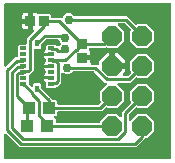
<source format=gbr>
G04 EAGLE Gerber RS-274X export*
G75*
%MOMM*%
%FSLAX34Y34*%
%LPD*%
%INTop Copper*%
%IPPOS*%
%AMOC8*
5,1,8,0,0,1.08239X$1,22.5*%
G01*
%ADD10R,0.900000X0.850000*%
%ADD11R,0.850000X0.900000*%
%ADD12R,0.590000X0.350000*%
%ADD13R,0.350000X0.590000*%
%ADD14P,1.814519X8X292.500000*%
%ADD15R,1.100000X1.000000*%
%ADD16C,0.254000*%
%ADD17C,0.756400*%

G36*
X150488Y10176D02*
X150488Y10176D01*
X150607Y10183D01*
X150645Y10196D01*
X150686Y10201D01*
X150796Y10244D01*
X150909Y10281D01*
X150944Y10303D01*
X150981Y10318D01*
X151077Y10387D01*
X151178Y10451D01*
X151206Y10481D01*
X151239Y10504D01*
X151315Y10596D01*
X151396Y10683D01*
X151416Y10718D01*
X151441Y10749D01*
X151492Y10857D01*
X151550Y10961D01*
X151560Y11001D01*
X151577Y11037D01*
X151599Y11154D01*
X151629Y11269D01*
X151633Y11329D01*
X151637Y11349D01*
X151635Y11370D01*
X151639Y11430D01*
X151639Y140870D01*
X151624Y140988D01*
X151617Y141107D01*
X151604Y141145D01*
X151599Y141186D01*
X151556Y141296D01*
X151519Y141409D01*
X151497Y141444D01*
X151482Y141481D01*
X151413Y141577D01*
X151349Y141678D01*
X151319Y141706D01*
X151296Y141739D01*
X151204Y141815D01*
X151117Y141896D01*
X151082Y141916D01*
X151051Y141941D01*
X150943Y141992D01*
X150839Y142050D01*
X150799Y142060D01*
X150763Y142077D01*
X150646Y142099D01*
X150531Y142129D01*
X150471Y142133D01*
X150451Y142137D01*
X150430Y142135D01*
X150370Y142139D01*
X11430Y142139D01*
X11312Y142124D01*
X11193Y142117D01*
X11155Y142104D01*
X11114Y142099D01*
X11004Y142056D01*
X10891Y142019D01*
X10856Y141997D01*
X10819Y141982D01*
X10723Y141913D01*
X10622Y141849D01*
X10594Y141819D01*
X10561Y141796D01*
X10485Y141704D01*
X10404Y141617D01*
X10384Y141582D01*
X10359Y141551D01*
X10308Y141443D01*
X10250Y141339D01*
X10240Y141299D01*
X10223Y141263D01*
X10201Y141146D01*
X10171Y141031D01*
X10167Y140971D01*
X10163Y140951D01*
X10165Y140930D01*
X10161Y140870D01*
X10161Y89773D01*
X10178Y89636D01*
X10191Y89497D01*
X10198Y89478D01*
X10201Y89458D01*
X10252Y89329D01*
X10299Y89198D01*
X10310Y89181D01*
X10318Y89162D01*
X10399Y89050D01*
X10477Y88935D01*
X10493Y88921D01*
X10504Y88905D01*
X10612Y88816D01*
X10716Y88724D01*
X10734Y88715D01*
X10749Y88702D01*
X10875Y88643D01*
X10999Y88580D01*
X11019Y88575D01*
X11037Y88566D01*
X11173Y88540D01*
X11309Y88510D01*
X11330Y88510D01*
X11349Y88507D01*
X11488Y88515D01*
X11627Y88520D01*
X11647Y88525D01*
X11667Y88526D01*
X11799Y88569D01*
X11933Y88608D01*
X11950Y88618D01*
X11969Y88624D01*
X12087Y88699D01*
X12207Y88769D01*
X12228Y88788D01*
X12238Y88795D01*
X12252Y88810D01*
X12327Y88876D01*
X19690Y96239D01*
X20706Y96239D01*
X20824Y96254D01*
X20943Y96261D01*
X20981Y96274D01*
X21022Y96279D01*
X21132Y96322D01*
X21245Y96359D01*
X21280Y96381D01*
X21317Y96396D01*
X21413Y96465D01*
X21514Y96529D01*
X21542Y96559D01*
X21575Y96582D01*
X21651Y96674D01*
X21732Y96761D01*
X21752Y96796D01*
X21777Y96827D01*
X21828Y96935D01*
X21886Y97039D01*
X21896Y97079D01*
X21913Y97115D01*
X21935Y97232D01*
X21965Y97347D01*
X21969Y97407D01*
X21973Y97427D01*
X21971Y97448D01*
X21975Y97508D01*
X21975Y106282D01*
X22868Y107175D01*
X28130Y107175D01*
X28248Y107190D01*
X28367Y107197D01*
X28405Y107210D01*
X28446Y107215D01*
X28556Y107258D01*
X28669Y107295D01*
X28704Y107317D01*
X28741Y107332D01*
X28837Y107401D01*
X28938Y107465D01*
X28966Y107495D01*
X28999Y107518D01*
X29075Y107610D01*
X29156Y107697D01*
X29176Y107732D01*
X29201Y107763D01*
X29252Y107871D01*
X29310Y107975D01*
X29320Y108015D01*
X29337Y108051D01*
X29359Y108168D01*
X29389Y108283D01*
X29393Y108343D01*
X29397Y108363D01*
X29395Y108384D01*
X29399Y108444D01*
X29399Y111953D01*
X31408Y113962D01*
X35239Y117793D01*
X35324Y117902D01*
X35413Y118009D01*
X35421Y118028D01*
X35434Y118044D01*
X35489Y118172D01*
X35548Y118297D01*
X35552Y118317D01*
X35560Y118336D01*
X35582Y118474D01*
X35608Y118610D01*
X35607Y118630D01*
X35610Y118650D01*
X35597Y118789D01*
X35588Y118927D01*
X35582Y118946D01*
X35580Y118966D01*
X35533Y119098D01*
X35490Y119229D01*
X35479Y119247D01*
X35473Y119266D01*
X35395Y119381D01*
X35320Y119498D01*
X35305Y119512D01*
X35294Y119529D01*
X35190Y119621D01*
X35089Y119716D01*
X35071Y119726D01*
X35056Y119739D01*
X34931Y119803D01*
X34810Y119870D01*
X34790Y119875D01*
X34772Y119884D01*
X34637Y119914D01*
X34502Y119949D01*
X34474Y119951D01*
X34462Y119954D01*
X34442Y119953D01*
X34424Y119954D01*
X34424Y126145D01*
X34409Y126263D01*
X34402Y126382D01*
X34389Y126420D01*
X34384Y126460D01*
X34341Y126571D01*
X34304Y126684D01*
X34282Y126718D01*
X34267Y126756D01*
X34198Y126852D01*
X34134Y126953D01*
X34104Y126981D01*
X34086Y127005D01*
X34100Y127021D01*
X34181Y127108D01*
X34201Y127143D01*
X34226Y127175D01*
X34277Y127282D01*
X34335Y127387D01*
X34345Y127426D01*
X34362Y127462D01*
X34384Y127579D01*
X34414Y127695D01*
X34418Y127755D01*
X34422Y127775D01*
X34420Y127795D01*
X34424Y127855D01*
X34424Y134041D01*
X36884Y134041D01*
X37531Y133868D01*
X38110Y133533D01*
X38247Y133396D01*
X38325Y133336D01*
X38397Y133268D01*
X38450Y133239D01*
X38498Y133202D01*
X38589Y133162D01*
X38676Y133114D01*
X38734Y133099D01*
X38790Y133075D01*
X38888Y133060D01*
X38983Y133035D01*
X39083Y133029D01*
X39104Y133025D01*
X39116Y133027D01*
X39144Y133025D01*
X48782Y133025D01*
X49675Y132132D01*
X49675Y131064D01*
X49690Y130946D01*
X49697Y130827D01*
X49710Y130789D01*
X49715Y130748D01*
X49758Y130638D01*
X49795Y130525D01*
X49817Y130490D01*
X49832Y130453D01*
X49901Y130357D01*
X49965Y130256D01*
X49995Y130228D01*
X50018Y130195D01*
X50110Y130119D01*
X50197Y130038D01*
X50232Y130018D01*
X50263Y129993D01*
X50371Y129942D01*
X50475Y129884D01*
X50515Y129874D01*
X50551Y129857D01*
X50668Y129835D01*
X50783Y129805D01*
X50843Y129801D01*
X50863Y129797D01*
X50884Y129799D01*
X50944Y129795D01*
X57766Y129795D01*
X57768Y129793D01*
X57802Y129756D01*
X57847Y129726D01*
X57861Y129713D01*
X57895Y129694D01*
X57980Y129629D01*
X58026Y129609D01*
X58067Y129581D01*
X58171Y129546D01*
X58272Y129502D01*
X58321Y129494D01*
X58368Y129478D01*
X58477Y129470D01*
X58586Y129452D01*
X58636Y129457D01*
X58685Y129453D01*
X58793Y129472D01*
X58903Y129482D01*
X58950Y129499D01*
X58998Y129507D01*
X59099Y129553D01*
X59202Y129590D01*
X59243Y129618D01*
X59288Y129638D01*
X59374Y129707D01*
X59465Y129768D01*
X59498Y129806D01*
X59537Y129837D01*
X59603Y129924D01*
X59676Y130007D01*
X59697Y130049D01*
X59705Y130059D01*
X59708Y130063D01*
X59728Y130091D01*
X59799Y130235D01*
X60201Y131206D01*
X61694Y132699D01*
X63644Y133507D01*
X65756Y133507D01*
X67706Y132699D01*
X69038Y131366D01*
X69117Y131306D01*
X69189Y131238D01*
X69242Y131209D01*
X69290Y131171D01*
X69381Y131132D01*
X69467Y131084D01*
X69526Y131069D01*
X69581Y131045D01*
X69679Y131030D01*
X69775Y131005D01*
X69875Y130999D01*
X69896Y130995D01*
X69908Y130996D01*
X69936Y130995D01*
X114258Y130995D01*
X121074Y124179D01*
X121168Y124106D01*
X121257Y124027D01*
X121293Y124009D01*
X121325Y123984D01*
X121434Y123937D01*
X121540Y123882D01*
X121580Y123874D01*
X121617Y123857D01*
X121734Y123839D01*
X121850Y123813D01*
X121891Y123814D01*
X121931Y123808D01*
X122050Y123819D01*
X122168Y123822D01*
X122207Y123834D01*
X122247Y123837D01*
X122360Y123878D01*
X122474Y123911D01*
X122509Y123931D01*
X122547Y123945D01*
X122645Y124012D01*
X122748Y124072D01*
X122793Y124112D01*
X122810Y124124D01*
X122823Y124139D01*
X122869Y124179D01*
X122897Y124207D01*
X131103Y124207D01*
X136907Y118403D01*
X136907Y110197D01*
X131103Y104393D01*
X122897Y104393D01*
X117093Y110197D01*
X117093Y118403D01*
X117121Y118431D01*
X117194Y118526D01*
X117273Y118615D01*
X117291Y118651D01*
X117316Y118683D01*
X117363Y118792D01*
X117418Y118898D01*
X117426Y118937D01*
X117442Y118975D01*
X117461Y119092D01*
X117487Y119208D01*
X117486Y119249D01*
X117492Y119289D01*
X117481Y119407D01*
X117478Y119526D01*
X117466Y119565D01*
X117463Y119605D01*
X117422Y119717D01*
X117389Y119832D01*
X117369Y119866D01*
X117355Y119905D01*
X117288Y120003D01*
X117228Y120106D01*
X117188Y120151D01*
X117176Y120168D01*
X117161Y120181D01*
X117121Y120226D01*
X112314Y125033D01*
X112236Y125094D01*
X112164Y125162D01*
X112111Y125191D01*
X112063Y125228D01*
X111972Y125268D01*
X111885Y125316D01*
X111827Y125331D01*
X111771Y125355D01*
X111673Y125370D01*
X111577Y125395D01*
X111477Y125401D01*
X111457Y125405D01*
X111445Y125403D01*
X111417Y125405D01*
X107569Y125405D01*
X107432Y125388D01*
X107293Y125375D01*
X107274Y125368D01*
X107254Y125365D01*
X107125Y125314D01*
X106994Y125267D01*
X106977Y125256D01*
X106958Y125248D01*
X106846Y125167D01*
X106730Y125089D01*
X106717Y125073D01*
X106701Y125061D01*
X106612Y124954D01*
X106520Y124850D01*
X106511Y124832D01*
X106498Y124817D01*
X106439Y124691D01*
X106375Y124567D01*
X106371Y124547D01*
X106362Y124529D01*
X106336Y124393D01*
X106306Y124257D01*
X106306Y124236D01*
X106303Y124216D01*
X106311Y124078D01*
X106315Y123939D01*
X106321Y123919D01*
X106322Y123899D01*
X106365Y123767D01*
X106404Y123633D01*
X106414Y123616D01*
X106420Y123597D01*
X106495Y123479D01*
X106565Y123359D01*
X106584Y123338D01*
X106590Y123328D01*
X106605Y123314D01*
X106672Y123238D01*
X111507Y118403D01*
X111507Y110197D01*
X105703Y104393D01*
X97497Y104393D01*
X97469Y104421D01*
X97374Y104494D01*
X97285Y104573D01*
X97249Y104591D01*
X97217Y104616D01*
X97108Y104663D01*
X97002Y104718D01*
X96963Y104726D01*
X96925Y104742D01*
X96808Y104761D01*
X96692Y104787D01*
X96651Y104786D01*
X96611Y104792D01*
X96493Y104781D01*
X96374Y104778D01*
X96335Y104766D01*
X96295Y104763D01*
X96183Y104722D01*
X96068Y104689D01*
X96034Y104669D01*
X95995Y104655D01*
X95922Y104605D01*
X83494Y104605D01*
X83376Y104590D01*
X83257Y104583D01*
X83219Y104570D01*
X83178Y104565D01*
X83068Y104522D01*
X82955Y104485D01*
X82920Y104463D01*
X82883Y104448D01*
X82787Y104379D01*
X82686Y104315D01*
X82658Y104285D01*
X82625Y104262D01*
X82549Y104170D01*
X82468Y104083D01*
X82448Y104048D01*
X82423Y104017D01*
X82372Y103909D01*
X82314Y103805D01*
X82304Y103765D01*
X82287Y103729D01*
X82265Y103612D01*
X82235Y103497D01*
X82231Y103437D01*
X82227Y103417D01*
X82229Y103396D01*
X82225Y103336D01*
X82225Y102644D01*
X82237Y102546D01*
X82240Y102447D01*
X82257Y102389D01*
X82265Y102329D01*
X82301Y102237D01*
X82329Y102141D01*
X82359Y102089D01*
X82382Y102033D01*
X82440Y101953D01*
X82490Y101867D01*
X82556Y101792D01*
X82568Y101776D01*
X82578Y101768D01*
X82596Y101747D01*
X82733Y101610D01*
X83068Y101031D01*
X83241Y100384D01*
X83241Y97924D01*
X77055Y97924D01*
X76937Y97909D01*
X76818Y97902D01*
X76780Y97889D01*
X76740Y97884D01*
X76629Y97841D01*
X76516Y97804D01*
X76482Y97782D01*
X76444Y97767D01*
X76348Y97698D01*
X76247Y97634D01*
X76219Y97604D01*
X76187Y97581D01*
X76111Y97489D01*
X76029Y97402D01*
X76010Y97367D01*
X75984Y97336D01*
X75933Y97228D01*
X75876Y97124D01*
X75866Y97084D01*
X75848Y97048D01*
X75826Y96931D01*
X75796Y96816D01*
X75792Y96756D01*
X75789Y96736D01*
X75790Y96715D01*
X75786Y96655D01*
X75786Y94945D01*
X75801Y94827D01*
X75808Y94708D01*
X75821Y94670D01*
X75826Y94629D01*
X75870Y94519D01*
X75906Y94406D01*
X75928Y94371D01*
X75943Y94334D01*
X76013Y94237D01*
X76076Y94137D01*
X76106Y94109D01*
X76130Y94076D01*
X76221Y94000D01*
X76308Y93919D01*
X76343Y93899D01*
X76375Y93874D01*
X76482Y93823D01*
X76587Y93765D01*
X76626Y93755D01*
X76662Y93738D01*
X76779Y93716D01*
X76895Y93686D01*
X76955Y93682D01*
X76975Y93678D01*
X76995Y93680D01*
X77055Y93676D01*
X83241Y93676D01*
X83241Y91388D01*
X83256Y91270D01*
X83263Y91151D01*
X83276Y91113D01*
X83281Y91072D01*
X83324Y90962D01*
X83361Y90849D01*
X83383Y90814D01*
X83398Y90777D01*
X83467Y90681D01*
X83531Y90580D01*
X83561Y90552D01*
X83584Y90519D01*
X83676Y90443D01*
X83763Y90362D01*
X83798Y90342D01*
X83829Y90317D01*
X83937Y90266D01*
X84041Y90208D01*
X84081Y90198D01*
X84117Y90181D01*
X84234Y90159D01*
X84349Y90129D01*
X84409Y90125D01*
X84429Y90121D01*
X84450Y90123D01*
X84510Y90119D01*
X88533Y90119D01*
X88620Y90051D01*
X88727Y89963D01*
X88746Y89954D01*
X88762Y89942D01*
X88890Y89886D01*
X89015Y89827D01*
X89035Y89823D01*
X89054Y89815D01*
X89192Y89793D01*
X89328Y89767D01*
X89348Y89769D01*
X89368Y89765D01*
X89507Y89778D01*
X89645Y89787D01*
X89664Y89793D01*
X89684Y89795D01*
X89816Y89842D01*
X89947Y89885D01*
X89965Y89896D01*
X89984Y89903D01*
X90099Y89981D01*
X90216Y90055D01*
X90230Y90070D01*
X90247Y90081D01*
X90339Y90185D01*
X90434Y90287D01*
X90444Y90305D01*
X90457Y90320D01*
X90521Y90444D01*
X90588Y90565D01*
X90593Y90585D01*
X90602Y90603D01*
X90632Y90739D01*
X90667Y90873D01*
X90669Y90901D01*
X90672Y90913D01*
X90671Y90934D01*
X90677Y91034D01*
X90677Y93424D01*
X97076Y99823D01*
X99061Y99823D01*
X99061Y90170D01*
X99076Y90052D01*
X99083Y89933D01*
X99096Y89895D01*
X99101Y89855D01*
X99144Y89744D01*
X99181Y89631D01*
X99203Y89597D01*
X99218Y89559D01*
X99288Y89463D01*
X99351Y89362D01*
X99381Y89334D01*
X99404Y89302D01*
X99496Y89226D01*
X99583Y89144D01*
X99618Y89125D01*
X99649Y89099D01*
X99757Y89048D01*
X99861Y88991D01*
X99901Y88980D01*
X99937Y88963D01*
X100054Y88941D01*
X100169Y88911D01*
X100230Y88907D01*
X100250Y88903D01*
X100270Y88905D01*
X100330Y88901D01*
X101601Y88901D01*
X101601Y87630D01*
X101616Y87512D01*
X101623Y87393D01*
X101636Y87355D01*
X101641Y87314D01*
X101685Y87204D01*
X101721Y87091D01*
X101743Y87056D01*
X101758Y87019D01*
X101828Y86923D01*
X101891Y86822D01*
X101921Y86794D01*
X101945Y86761D01*
X102036Y86686D01*
X102123Y86604D01*
X102158Y86584D01*
X102190Y86559D01*
X102297Y86508D01*
X102402Y86450D01*
X102441Y86440D01*
X102477Y86423D01*
X102594Y86401D01*
X102709Y86371D01*
X102770Y86367D01*
X102790Y86363D01*
X102810Y86365D01*
X102870Y86361D01*
X112523Y86361D01*
X112523Y84376D01*
X110833Y82685D01*
X110747Y82576D01*
X110659Y82469D01*
X110650Y82450D01*
X110638Y82434D01*
X110582Y82306D01*
X110523Y82181D01*
X110519Y82161D01*
X110511Y82142D01*
X110489Y82004D01*
X110463Y81868D01*
X110465Y81848D01*
X110461Y81828D01*
X110474Y81689D01*
X110483Y81551D01*
X110489Y81532D01*
X110491Y81512D01*
X110538Y81380D01*
X110581Y81249D01*
X110592Y81231D01*
X110599Y81212D01*
X110677Y81097D01*
X110751Y80980D01*
X110766Y80966D01*
X110777Y80949D01*
X110882Y80857D01*
X110983Y80762D01*
X111001Y80752D01*
X111016Y80739D01*
X111140Y80675D01*
X111261Y80608D01*
X111281Y80603D01*
X111299Y80594D01*
X111435Y80564D01*
X111569Y80529D01*
X111597Y80527D01*
X111609Y80524D01*
X111630Y80525D01*
X111730Y80519D01*
X114141Y80519D01*
X114239Y80531D01*
X114338Y80534D01*
X114396Y80551D01*
X114456Y80559D01*
X114548Y80595D01*
X114643Y80623D01*
X114696Y80653D01*
X114752Y80676D01*
X114832Y80734D01*
X114917Y80784D01*
X114993Y80850D01*
X115009Y80862D01*
X115017Y80872D01*
X115038Y80890D01*
X117121Y82974D01*
X117194Y83068D01*
X117273Y83157D01*
X117291Y83193D01*
X117316Y83225D01*
X117363Y83334D01*
X117418Y83440D01*
X117426Y83480D01*
X117443Y83517D01*
X117461Y83634D01*
X117487Y83750D01*
X117486Y83791D01*
X117492Y83831D01*
X117481Y83950D01*
X117478Y84068D01*
X117466Y84107D01*
X117463Y84147D01*
X117422Y84260D01*
X117389Y84374D01*
X117369Y84409D01*
X117355Y84447D01*
X117288Y84545D01*
X117228Y84648D01*
X117188Y84693D01*
X117176Y84710D01*
X117161Y84723D01*
X117121Y84769D01*
X117093Y84797D01*
X117093Y93003D01*
X122897Y98807D01*
X131103Y98807D01*
X136907Y93003D01*
X136907Y84797D01*
X131103Y78993D01*
X122897Y78993D01*
X122869Y79021D01*
X122774Y79094D01*
X122685Y79173D01*
X122649Y79191D01*
X122617Y79216D01*
X122508Y79263D01*
X122402Y79318D01*
X122363Y79326D01*
X122325Y79342D01*
X122208Y79361D01*
X122092Y79387D01*
X122051Y79386D01*
X122011Y79392D01*
X121893Y79381D01*
X121774Y79378D01*
X121735Y79366D01*
X121695Y79363D01*
X121583Y79322D01*
X121468Y79289D01*
X121434Y79269D01*
X121395Y79255D01*
X121297Y79188D01*
X121194Y79128D01*
X121149Y79088D01*
X121132Y79076D01*
X121119Y79061D01*
X121074Y79021D01*
X116982Y74929D01*
X107245Y74929D01*
X107108Y74912D01*
X106969Y74899D01*
X106950Y74892D01*
X106930Y74889D01*
X106801Y74838D01*
X106670Y74791D01*
X106653Y74780D01*
X106634Y74772D01*
X106521Y74691D01*
X106406Y74613D01*
X106393Y74597D01*
X106377Y74586D01*
X106288Y74478D01*
X106196Y74374D01*
X106187Y74356D01*
X106174Y74341D01*
X106115Y74215D01*
X106051Y74091D01*
X106047Y74071D01*
X106038Y74053D01*
X106012Y73917D01*
X105982Y73781D01*
X105982Y73760D01*
X105978Y73741D01*
X105987Y73602D01*
X105991Y73463D01*
X105997Y73443D01*
X105998Y73423D01*
X106041Y73291D01*
X106080Y73157D01*
X106090Y73140D01*
X106096Y73121D01*
X106171Y73003D01*
X106241Y72883D01*
X106260Y72862D01*
X106266Y72852D01*
X106281Y72838D01*
X106348Y72763D01*
X111507Y67603D01*
X111507Y59397D01*
X105703Y53593D01*
X97497Y53593D01*
X97469Y53621D01*
X97374Y53694D01*
X97285Y53773D01*
X97249Y53791D01*
X97217Y53816D01*
X97108Y53863D01*
X97002Y53918D01*
X96963Y53926D01*
X96925Y53942D01*
X96808Y53961D01*
X96692Y53987D01*
X96651Y53986D01*
X96611Y53992D01*
X96493Y53981D01*
X96374Y53978D01*
X96335Y53966D01*
X96295Y53963D01*
X96183Y53922D01*
X96068Y53889D01*
X96034Y53869D01*
X95995Y53855D01*
X95897Y53788D01*
X95794Y53728D01*
X95749Y53688D01*
X95732Y53676D01*
X95719Y53661D01*
X95674Y53621D01*
X92598Y50545D01*
X56164Y50545D01*
X56046Y50530D01*
X55927Y50523D01*
X55889Y50510D01*
X55848Y50505D01*
X55738Y50462D01*
X55625Y50425D01*
X55590Y50403D01*
X55553Y50388D01*
X55457Y50319D01*
X55356Y50255D01*
X55328Y50225D01*
X55295Y50202D01*
X55219Y50110D01*
X55138Y50023D01*
X55118Y49988D01*
X55093Y49957D01*
X55042Y49849D01*
X54984Y49745D01*
X54974Y49705D01*
X54957Y49669D01*
X54935Y49552D01*
X54905Y49437D01*
X54901Y49377D01*
X54897Y49357D01*
X54899Y49336D01*
X54895Y49276D01*
X54895Y47708D01*
X54002Y46815D01*
X53605Y46815D01*
X53467Y46798D01*
X53329Y46785D01*
X53310Y46778D01*
X53290Y46775D01*
X53161Y46724D01*
X53030Y46677D01*
X53013Y46666D01*
X52994Y46658D01*
X52882Y46577D01*
X52766Y46499D01*
X52753Y46483D01*
X52737Y46472D01*
X52648Y46364D01*
X52556Y46260D01*
X52547Y46242D01*
X52534Y46227D01*
X52475Y46101D01*
X52411Y45977D01*
X52407Y45957D01*
X52398Y45939D01*
X52372Y45802D01*
X52342Y45667D01*
X52342Y45646D01*
X52339Y45627D01*
X52347Y45488D01*
X52351Y45349D01*
X52357Y45329D01*
X52358Y45309D01*
X52401Y45177D01*
X52440Y45043D01*
X52450Y45026D01*
X52456Y45007D01*
X52531Y44889D01*
X52601Y44769D01*
X52620Y44748D01*
X52627Y44738D01*
X52642Y44724D01*
X52708Y44649D01*
X53625Y43732D01*
X53625Y42164D01*
X53640Y42046D01*
X53647Y41927D01*
X53660Y41889D01*
X53665Y41848D01*
X53708Y41738D01*
X53745Y41625D01*
X53767Y41590D01*
X53782Y41553D01*
X53851Y41457D01*
X53915Y41356D01*
X53945Y41328D01*
X53968Y41295D01*
X54060Y41219D01*
X54147Y41138D01*
X54182Y41118D01*
X54213Y41093D01*
X54321Y41042D01*
X54425Y40984D01*
X54465Y40974D01*
X54501Y40957D01*
X54618Y40935D01*
X54733Y40905D01*
X54793Y40901D01*
X54813Y40897D01*
X54834Y40899D01*
X54894Y40895D01*
X90424Y40895D01*
X90542Y40910D01*
X90661Y40917D01*
X90699Y40930D01*
X90740Y40935D01*
X90850Y40978D01*
X90963Y41015D01*
X90998Y41037D01*
X91035Y41052D01*
X91131Y41121D01*
X91232Y41185D01*
X91260Y41215D01*
X91293Y41238D01*
X91369Y41330D01*
X91450Y41417D01*
X91470Y41452D01*
X91495Y41483D01*
X91546Y41591D01*
X91604Y41695D01*
X91614Y41735D01*
X91631Y41771D01*
X91653Y41888D01*
X91683Y42003D01*
X91687Y42063D01*
X91691Y42083D01*
X91689Y42104D01*
X91693Y42164D01*
X91693Y42203D01*
X97497Y48007D01*
X105703Y48007D01*
X107815Y45896D01*
X107924Y45810D01*
X108031Y45722D01*
X108050Y45713D01*
X108066Y45701D01*
X108194Y45645D01*
X108319Y45586D01*
X108339Y45582D01*
X108358Y45574D01*
X108496Y45552D01*
X108632Y45526D01*
X108652Y45528D01*
X108672Y45525D01*
X108811Y45538D01*
X108949Y45546D01*
X108968Y45552D01*
X108988Y45554D01*
X109120Y45602D01*
X109251Y45644D01*
X109269Y45655D01*
X109288Y45662D01*
X109403Y45740D01*
X109520Y45814D01*
X109534Y45829D01*
X109551Y45841D01*
X109643Y45945D01*
X109738Y46046D01*
X109748Y46064D01*
X109761Y46079D01*
X109825Y46203D01*
X109892Y46325D01*
X109897Y46344D01*
X109906Y46362D01*
X109936Y46498D01*
X109971Y46632D01*
X109973Y46661D01*
X109976Y46673D01*
X109975Y46693D01*
X109981Y46793D01*
X109981Y50434D01*
X117121Y57574D01*
X117194Y57668D01*
X117273Y57757D01*
X117291Y57793D01*
X117316Y57825D01*
X117363Y57934D01*
X117418Y58040D01*
X117426Y58080D01*
X117443Y58117D01*
X117461Y58234D01*
X117487Y58350D01*
X117486Y58391D01*
X117492Y58431D01*
X117481Y58550D01*
X117478Y58668D01*
X117466Y58707D01*
X117463Y58747D01*
X117422Y58860D01*
X117389Y58974D01*
X117369Y59009D01*
X117355Y59047D01*
X117288Y59145D01*
X117228Y59248D01*
X117188Y59293D01*
X117176Y59310D01*
X117161Y59323D01*
X117121Y59369D01*
X117093Y59397D01*
X117093Y67603D01*
X122897Y73407D01*
X131103Y73407D01*
X136907Y67603D01*
X136907Y59397D01*
X131103Y53593D01*
X122897Y53593D01*
X122869Y53621D01*
X122774Y53694D01*
X122685Y53773D01*
X122649Y53791D01*
X122617Y53816D01*
X122508Y53863D01*
X122402Y53918D01*
X122363Y53926D01*
X122325Y53942D01*
X122208Y53961D01*
X122092Y53987D01*
X122051Y53986D01*
X122011Y53992D01*
X121893Y53981D01*
X121774Y53978D01*
X121735Y53966D01*
X121695Y53963D01*
X121583Y53922D01*
X121468Y53889D01*
X121434Y53869D01*
X121395Y53855D01*
X121297Y53788D01*
X121194Y53728D01*
X121149Y53688D01*
X121132Y53676D01*
X121119Y53661D01*
X121074Y53621D01*
X115942Y48490D01*
X115882Y48412D01*
X115814Y48340D01*
X115785Y48287D01*
X115748Y48239D01*
X115708Y48148D01*
X115660Y48061D01*
X115645Y48003D01*
X115621Y47947D01*
X115606Y47849D01*
X115581Y47753D01*
X115575Y47653D01*
X115571Y47633D01*
X115573Y47621D01*
X115571Y47593D01*
X115571Y43745D01*
X115588Y43608D01*
X115601Y43469D01*
X115608Y43450D01*
X115611Y43430D01*
X115662Y43301D01*
X115709Y43170D01*
X115720Y43153D01*
X115728Y43134D01*
X115809Y43021D01*
X115887Y42906D01*
X115903Y42893D01*
X115914Y42877D01*
X116022Y42788D01*
X116126Y42696D01*
X116144Y42687D01*
X116159Y42674D01*
X116285Y42615D01*
X116409Y42551D01*
X116429Y42547D01*
X116447Y42538D01*
X116583Y42512D01*
X116719Y42482D01*
X116740Y42482D01*
X116759Y42478D01*
X116898Y42487D01*
X117037Y42491D01*
X117057Y42497D01*
X117077Y42498D01*
X117209Y42541D01*
X117343Y42580D01*
X117360Y42590D01*
X117379Y42596D01*
X117497Y42671D01*
X117617Y42741D01*
X117638Y42760D01*
X117648Y42766D01*
X117662Y42781D01*
X117737Y42848D01*
X122897Y48007D01*
X131103Y48007D01*
X136907Y42203D01*
X136907Y33997D01*
X131103Y28193D01*
X130424Y28193D01*
X130326Y28181D01*
X130227Y28178D01*
X130169Y28161D01*
X130108Y28153D01*
X130016Y28117D01*
X129921Y28089D01*
X129869Y28059D01*
X129813Y28036D01*
X129733Y27978D01*
X129647Y27928D01*
X129572Y27862D01*
X129555Y27850D01*
X129548Y27840D01*
X129527Y27822D01*
X129362Y27657D01*
X127787Y26081D01*
X127786Y26081D01*
X121770Y20065D01*
X23484Y20065D01*
X21475Y22074D01*
X12327Y31222D01*
X12218Y31307D01*
X12111Y31395D01*
X12092Y31404D01*
X12076Y31416D01*
X11948Y31472D01*
X11823Y31531D01*
X11803Y31535D01*
X11784Y31543D01*
X11646Y31565D01*
X11510Y31591D01*
X11490Y31589D01*
X11470Y31593D01*
X11331Y31580D01*
X11193Y31571D01*
X11174Y31565D01*
X11154Y31563D01*
X11022Y31516D01*
X10891Y31473D01*
X10873Y31462D01*
X10854Y31455D01*
X10739Y31377D01*
X10622Y31303D01*
X10608Y31288D01*
X10591Y31277D01*
X10499Y31173D01*
X10404Y31071D01*
X10394Y31053D01*
X10381Y31038D01*
X10317Y30914D01*
X10250Y30793D01*
X10245Y30773D01*
X10236Y30755D01*
X10206Y30619D01*
X10171Y30485D01*
X10169Y30457D01*
X10166Y30445D01*
X10167Y30424D01*
X10161Y30324D01*
X10161Y11430D01*
X10176Y11312D01*
X10183Y11193D01*
X10196Y11155D01*
X10201Y11114D01*
X10244Y11004D01*
X10281Y10891D01*
X10303Y10856D01*
X10318Y10819D01*
X10387Y10723D01*
X10451Y10622D01*
X10481Y10594D01*
X10504Y10561D01*
X10596Y10485D01*
X10683Y10404D01*
X10718Y10384D01*
X10749Y10359D01*
X10857Y10308D01*
X10961Y10250D01*
X11001Y10240D01*
X11037Y10223D01*
X11154Y10201D01*
X11269Y10171D01*
X11329Y10167D01*
X11349Y10163D01*
X11370Y10165D01*
X11430Y10161D01*
X150370Y10161D01*
X150488Y10176D01*
G37*
G36*
X89855Y56147D02*
X89855Y56147D01*
X89954Y56150D01*
X90012Y56167D01*
X90072Y56175D01*
X90164Y56211D01*
X90259Y56239D01*
X90312Y56269D01*
X90368Y56292D01*
X90448Y56350D01*
X90533Y56400D01*
X90609Y56466D01*
X90625Y56478D01*
X90633Y56488D01*
X90654Y56506D01*
X91721Y57574D01*
X91794Y57668D01*
X91873Y57757D01*
X91891Y57793D01*
X91916Y57825D01*
X91963Y57934D01*
X92018Y58040D01*
X92026Y58080D01*
X92043Y58117D01*
X92061Y58234D01*
X92087Y58350D01*
X92086Y58391D01*
X92092Y58431D01*
X92081Y58550D01*
X92078Y58668D01*
X92066Y58707D01*
X92063Y58747D01*
X92022Y58860D01*
X91989Y58974D01*
X91969Y59009D01*
X91955Y59047D01*
X91888Y59145D01*
X91828Y59248D01*
X91788Y59293D01*
X91776Y59310D01*
X91761Y59323D01*
X91721Y59369D01*
X91693Y59397D01*
X91693Y67603D01*
X96852Y72763D01*
X96938Y72872D01*
X97026Y72979D01*
X97035Y72998D01*
X97047Y73014D01*
X97102Y73141D01*
X97162Y73267D01*
X97166Y73287D01*
X97174Y73306D01*
X97196Y73444D01*
X97222Y73580D01*
X97220Y73600D01*
X97223Y73620D01*
X97210Y73759D01*
X97202Y73897D01*
X97196Y73916D01*
X97194Y73936D01*
X97146Y74068D01*
X97104Y74199D01*
X97093Y74217D01*
X97086Y74236D01*
X97008Y74351D01*
X96934Y74468D01*
X96919Y74482D01*
X96907Y74499D01*
X96803Y74591D01*
X96702Y74686D01*
X96684Y74696D01*
X96669Y74709D01*
X96545Y74773D01*
X96423Y74840D01*
X96404Y74845D01*
X96386Y74854D01*
X96250Y74884D01*
X96116Y74919D01*
X96087Y74921D01*
X96075Y74924D01*
X96055Y74923D01*
X95955Y74929D01*
X95813Y74929D01*
X86585Y84158D01*
X86507Y84218D01*
X86434Y84286D01*
X86381Y84315D01*
X86334Y84352D01*
X86243Y84392D01*
X86156Y84440D01*
X86097Y84455D01*
X86042Y84479D01*
X85944Y84494D01*
X85848Y84519D01*
X85748Y84525D01*
X85728Y84529D01*
X85715Y84527D01*
X85687Y84529D01*
X68736Y84529D01*
X68638Y84517D01*
X68539Y84514D01*
X68480Y84497D01*
X68420Y84489D01*
X68328Y84453D01*
X68233Y84425D01*
X68181Y84395D01*
X68125Y84372D01*
X68045Y84314D01*
X67959Y84264D01*
X67884Y84198D01*
X67867Y84186D01*
X67860Y84176D01*
X67838Y84158D01*
X66506Y82825D01*
X64556Y82017D01*
X62444Y82017D01*
X60494Y82825D01*
X60456Y82864D01*
X60346Y82949D01*
X60239Y83038D01*
X60220Y83046D01*
X60204Y83059D01*
X60077Y83114D01*
X59951Y83173D01*
X59931Y83177D01*
X59912Y83185D01*
X59775Y83207D01*
X59638Y83233D01*
X59618Y83232D01*
X59598Y83235D01*
X59460Y83222D01*
X59321Y83213D01*
X59302Y83207D01*
X59282Y83205D01*
X59151Y83158D01*
X59019Y83115D01*
X59001Y83104D01*
X58982Y83097D01*
X58868Y83019D01*
X58750Y82945D01*
X58736Y82930D01*
X58719Y82919D01*
X58628Y82815D01*
X58532Y82713D01*
X58522Y82696D01*
X58509Y82680D01*
X58446Y82557D01*
X58378Y82435D01*
X58373Y82415D01*
X58364Y82397D01*
X58334Y82261D01*
X58299Y82127D01*
X58297Y82099D01*
X58294Y82087D01*
X58295Y82066D01*
X58289Y81966D01*
X58289Y74835D01*
X57024Y73570D01*
X55015Y71561D01*
X54793Y71561D01*
X54695Y71549D01*
X54596Y71546D01*
X54538Y71529D01*
X54478Y71521D01*
X54386Y71485D01*
X54291Y71457D01*
X54238Y71427D01*
X54182Y71404D01*
X54102Y71346D01*
X54017Y71296D01*
X53941Y71230D01*
X53925Y71218D01*
X53917Y71208D01*
X53896Y71189D01*
X53332Y70625D01*
X46168Y70625D01*
X45275Y71518D01*
X45275Y74556D01*
X45263Y74654D01*
X45260Y74753D01*
X45243Y74811D01*
X45235Y74871D01*
X45199Y74963D01*
X45171Y75059D01*
X45141Y75111D01*
X45118Y75167D01*
X45060Y75247D01*
X45010Y75333D01*
X44944Y75408D01*
X44932Y75424D01*
X44922Y75432D01*
X44904Y75453D01*
X44767Y75590D01*
X44432Y76169D01*
X44259Y76816D01*
X44259Y77631D01*
X49750Y77631D01*
X49868Y77646D01*
X49987Y77653D01*
X50025Y77665D01*
X50065Y77670D01*
X50176Y77714D01*
X50289Y77751D01*
X50323Y77773D01*
X50361Y77787D01*
X50457Y77857D01*
X50558Y77921D01*
X50586Y77951D01*
X50618Y77974D01*
X50694Y78066D01*
X50776Y78153D01*
X50795Y78188D01*
X50821Y78219D01*
X50872Y78327D01*
X50929Y78431D01*
X50939Y78470D01*
X50957Y78507D01*
X50979Y78624D01*
X51009Y78739D01*
X51013Y78799D01*
X51016Y78819D01*
X51016Y78820D01*
X51015Y78840D01*
X51019Y78900D01*
X51004Y79018D01*
X50997Y79137D01*
X50984Y79175D01*
X50979Y79216D01*
X50935Y79326D01*
X50899Y79440D01*
X50877Y79474D01*
X50862Y79511D01*
X50792Y79608D01*
X50728Y79708D01*
X50699Y79736D01*
X50675Y79769D01*
X50583Y79845D01*
X50497Y79926D01*
X50461Y79946D01*
X50430Y79972D01*
X50323Y80022D01*
X50218Y80080D01*
X50179Y80090D01*
X50143Y80107D01*
X50026Y80129D01*
X49910Y80159D01*
X49850Y80163D01*
X49830Y80167D01*
X49810Y80166D01*
X49750Y80169D01*
X44259Y80169D01*
X44259Y80984D01*
X44432Y81631D01*
X44767Y82210D01*
X44904Y82347D01*
X44964Y82425D01*
X45032Y82497D01*
X45061Y82550D01*
X45098Y82598D01*
X45138Y82689D01*
X45186Y82776D01*
X45201Y82834D01*
X45225Y82890D01*
X45240Y82988D01*
X45265Y83083D01*
X45271Y83183D01*
X45275Y83204D01*
X45273Y83216D01*
X45275Y83244D01*
X45275Y84556D01*
X45263Y84654D01*
X45260Y84753D01*
X45243Y84811D01*
X45235Y84871D01*
X45199Y84963D01*
X45171Y85059D01*
X45141Y85111D01*
X45118Y85167D01*
X45060Y85247D01*
X45010Y85333D01*
X44944Y85408D01*
X44932Y85424D01*
X44922Y85432D01*
X44904Y85453D01*
X44767Y85590D01*
X44432Y86169D01*
X44259Y86816D01*
X44259Y87631D01*
X49750Y87631D01*
X49868Y87646D01*
X49987Y87653D01*
X50025Y87665D01*
X50065Y87670D01*
X50176Y87714D01*
X50289Y87751D01*
X50323Y87773D01*
X50361Y87787D01*
X50457Y87857D01*
X50558Y87921D01*
X50586Y87951D01*
X50618Y87974D01*
X50694Y88066D01*
X50776Y88153D01*
X50795Y88188D01*
X50821Y88219D01*
X50872Y88327D01*
X50929Y88431D01*
X50939Y88470D01*
X50957Y88507D01*
X50979Y88624D01*
X51009Y88739D01*
X51013Y88799D01*
X51016Y88819D01*
X51016Y88820D01*
X51015Y88840D01*
X51019Y88900D01*
X51004Y89018D01*
X50997Y89137D01*
X50984Y89175D01*
X50979Y89216D01*
X50935Y89326D01*
X50899Y89440D01*
X50877Y89474D01*
X50862Y89511D01*
X50792Y89608D01*
X50728Y89708D01*
X50699Y89736D01*
X50675Y89769D01*
X50583Y89845D01*
X50497Y89926D01*
X50461Y89946D01*
X50430Y89972D01*
X50323Y90022D01*
X50218Y90080D01*
X50179Y90090D01*
X50143Y90107D01*
X50026Y90129D01*
X49910Y90159D01*
X49850Y90163D01*
X49830Y90167D01*
X49810Y90166D01*
X49750Y90169D01*
X44259Y90169D01*
X44259Y90984D01*
X44432Y91631D01*
X44767Y92210D01*
X44904Y92347D01*
X44964Y92425D01*
X45032Y92497D01*
X45061Y92550D01*
X45098Y92598D01*
X45138Y92689D01*
X45186Y92776D01*
X45201Y92834D01*
X45225Y92890D01*
X45240Y92988D01*
X45265Y93083D01*
X45271Y93183D01*
X45275Y93204D01*
X45273Y93216D01*
X45275Y93244D01*
X45275Y94556D01*
X45263Y94654D01*
X45260Y94753D01*
X45243Y94811D01*
X45235Y94871D01*
X45199Y94963D01*
X45171Y95059D01*
X45141Y95111D01*
X45118Y95167D01*
X45060Y95247D01*
X45010Y95333D01*
X44944Y95408D01*
X44932Y95424D01*
X44922Y95432D01*
X44904Y95453D01*
X44767Y95590D01*
X44432Y96169D01*
X44259Y96816D01*
X44259Y97631D01*
X49750Y97631D01*
X49868Y97646D01*
X49987Y97653D01*
X50025Y97665D01*
X50065Y97670D01*
X50176Y97714D01*
X50289Y97751D01*
X50323Y97773D01*
X50361Y97787D01*
X50457Y97857D01*
X50558Y97921D01*
X50586Y97951D01*
X50618Y97974D01*
X50694Y98066D01*
X50776Y98153D01*
X50795Y98188D01*
X50821Y98219D01*
X50872Y98327D01*
X50929Y98431D01*
X50939Y98470D01*
X50957Y98507D01*
X50979Y98624D01*
X51009Y98739D01*
X51013Y98799D01*
X51016Y98819D01*
X51016Y98820D01*
X51015Y98840D01*
X51019Y98900D01*
X51004Y99018D01*
X50997Y99137D01*
X50984Y99175D01*
X50979Y99216D01*
X50935Y99326D01*
X50899Y99440D01*
X50877Y99474D01*
X50862Y99511D01*
X50792Y99608D01*
X50728Y99708D01*
X50699Y99736D01*
X50675Y99769D01*
X50583Y99845D01*
X50497Y99926D01*
X50461Y99946D01*
X50430Y99972D01*
X50323Y100022D01*
X50218Y100080D01*
X50179Y100090D01*
X50143Y100107D01*
X50026Y100129D01*
X49910Y100159D01*
X49850Y100163D01*
X49830Y100167D01*
X49810Y100166D01*
X49750Y100169D01*
X44259Y100169D01*
X44259Y100984D01*
X44432Y101631D01*
X44767Y102210D01*
X44904Y102347D01*
X44964Y102425D01*
X45032Y102497D01*
X45061Y102550D01*
X45098Y102598D01*
X45138Y102689D01*
X45186Y102776D01*
X45201Y102834D01*
X45225Y102890D01*
X45240Y102988D01*
X45265Y103083D01*
X45271Y103183D01*
X45275Y103204D01*
X45273Y103216D01*
X45275Y103244D01*
X45275Y106282D01*
X46168Y107175D01*
X53332Y107175D01*
X53896Y106610D01*
X53974Y106550D01*
X54046Y106482D01*
X54099Y106453D01*
X54147Y106416D01*
X54238Y106376D01*
X54325Y106328D01*
X54383Y106313D01*
X54439Y106289D01*
X54537Y106274D01*
X54633Y106249D01*
X54733Y106243D01*
X54753Y106239D01*
X54765Y106241D01*
X54793Y106239D01*
X55015Y106239D01*
X55218Y106036D01*
X55257Y106005D01*
X55291Y105968D01*
X55383Y105908D01*
X55469Y105841D01*
X55515Y105821D01*
X55557Y105794D01*
X55660Y105758D01*
X55761Y105714D01*
X55810Y105707D01*
X55857Y105690D01*
X55967Y105682D01*
X56075Y105664D01*
X56125Y105669D01*
X56174Y105665D01*
X56282Y105684D01*
X56392Y105694D01*
X56439Y105711D01*
X56488Y105720D01*
X56588Y105765D01*
X56691Y105802D01*
X56732Y105830D01*
X56778Y105850D01*
X56863Y105919D01*
X56954Y105980D01*
X56987Y106018D01*
X57026Y106049D01*
X57092Y106137D01*
X57165Y106219D01*
X57187Y106263D01*
X57217Y106303D01*
X57237Y106343D01*
X57947Y107053D01*
X58020Y107147D01*
X58099Y107236D01*
X58117Y107272D01*
X58142Y107304D01*
X58189Y107414D01*
X58243Y107520D01*
X58252Y107559D01*
X58268Y107596D01*
X58287Y107714D01*
X58313Y107830D01*
X58312Y107870D01*
X58318Y107910D01*
X58307Y108029D01*
X58303Y108148D01*
X58292Y108187D01*
X58288Y108227D01*
X58248Y108339D01*
X58215Y108453D01*
X58195Y108488D01*
X58181Y108526D01*
X58114Y108625D01*
X58053Y108727D01*
X58014Y108773D01*
X58002Y108789D01*
X57987Y108803D01*
X57947Y108848D01*
X57251Y109544D01*
X56763Y110722D01*
X56749Y110747D01*
X56740Y110775D01*
X56670Y110885D01*
X56606Y110998D01*
X56585Y111019D01*
X56570Y111044D01*
X56475Y111133D01*
X56385Y111226D01*
X56359Y111242D01*
X56338Y111262D01*
X56224Y111325D01*
X56114Y111393D01*
X56085Y111401D01*
X56059Y111416D01*
X55934Y111448D01*
X55810Y111486D01*
X55780Y111488D01*
X55751Y111495D01*
X55591Y111505D01*
X46033Y111505D01*
X45935Y111493D01*
X45836Y111490D01*
X45778Y111473D01*
X45718Y111465D01*
X45626Y111429D01*
X45531Y111401D01*
X45478Y111371D01*
X45422Y111348D01*
X45342Y111290D01*
X45257Y111240D01*
X45181Y111174D01*
X45165Y111162D01*
X45157Y111152D01*
X45136Y111134D01*
X41746Y107744D01*
X41686Y107666D01*
X41618Y107594D01*
X41589Y107541D01*
X41552Y107493D01*
X41512Y107402D01*
X41464Y107315D01*
X41449Y107257D01*
X41425Y107201D01*
X41410Y107103D01*
X41385Y107007D01*
X41379Y106907D01*
X41375Y106887D01*
X41377Y106875D01*
X41375Y106847D01*
X41375Y104468D01*
X40482Y103575D01*
X36258Y103575D01*
X36140Y103560D01*
X36021Y103553D01*
X35983Y103540D01*
X35942Y103535D01*
X35832Y103492D01*
X35719Y103455D01*
X35684Y103433D01*
X35647Y103418D01*
X35551Y103349D01*
X35450Y103285D01*
X35422Y103255D01*
X35389Y103232D01*
X35313Y103140D01*
X35232Y103053D01*
X35212Y103018D01*
X35187Y102987D01*
X35136Y102879D01*
X35078Y102775D01*
X35068Y102735D01*
X35051Y102699D01*
X35029Y102582D01*
X34999Y102467D01*
X34995Y102407D01*
X34991Y102387D01*
X34993Y102366D01*
X34989Y102306D01*
X34989Y84835D01*
X32980Y82826D01*
X31493Y81339D01*
X31487Y81335D01*
X31386Y81271D01*
X31358Y81241D01*
X31325Y81218D01*
X31249Y81126D01*
X31168Y81039D01*
X31148Y81004D01*
X31123Y80973D01*
X31072Y80865D01*
X31014Y80761D01*
X31004Y80721D01*
X30987Y80685D01*
X30965Y80568D01*
X30935Y80453D01*
X30931Y80393D01*
X30927Y80373D01*
X30929Y80352D01*
X30925Y80292D01*
X30925Y73903D01*
X30937Y73805D01*
X30940Y73706D01*
X30957Y73648D01*
X30965Y73588D01*
X31001Y73496D01*
X31029Y73401D01*
X31059Y73348D01*
X31082Y73292D01*
X31140Y73212D01*
X31190Y73127D01*
X31256Y73051D01*
X31268Y73035D01*
X31278Y73027D01*
X31296Y73006D01*
X32659Y71644D01*
X32768Y71559D01*
X32875Y71470D01*
X32894Y71461D01*
X32910Y71449D01*
X33037Y71394D01*
X33163Y71334D01*
X33183Y71331D01*
X33202Y71323D01*
X33340Y71301D01*
X33476Y71275D01*
X33496Y71276D01*
X33516Y71273D01*
X33655Y71286D01*
X33793Y71294D01*
X33812Y71301D01*
X33832Y71302D01*
X33964Y71350D01*
X34095Y71392D01*
X34113Y71403D01*
X34132Y71410D01*
X34247Y71488D01*
X34364Y71563D01*
X34378Y71577D01*
X34395Y71589D01*
X34487Y71693D01*
X34582Y71794D01*
X34592Y71812D01*
X34605Y71827D01*
X34669Y71951D01*
X34736Y72073D01*
X34741Y72092D01*
X34750Y72110D01*
X34780Y72246D01*
X34815Y72381D01*
X34817Y72409D01*
X34820Y72421D01*
X34819Y72441D01*
X34825Y72541D01*
X34825Y73332D01*
X35718Y74225D01*
X40482Y74225D01*
X41375Y73332D01*
X41375Y70953D01*
X41387Y70855D01*
X41390Y70756D01*
X41407Y70698D01*
X41415Y70638D01*
X41451Y70546D01*
X41479Y70451D01*
X41509Y70398D01*
X41532Y70342D01*
X41590Y70262D01*
X41640Y70177D01*
X41706Y70101D01*
X41718Y70085D01*
X41728Y70077D01*
X41746Y70056D01*
X50665Y61138D01*
X50665Y61134D01*
X50680Y61016D01*
X50687Y60897D01*
X50700Y60859D01*
X50705Y60818D01*
X50748Y60708D01*
X50785Y60595D01*
X50807Y60560D01*
X50822Y60523D01*
X50891Y60427D01*
X50955Y60326D01*
X50985Y60298D01*
X51008Y60265D01*
X51100Y60189D01*
X51187Y60108D01*
X51222Y60088D01*
X51253Y60063D01*
X51361Y60012D01*
X51465Y59954D01*
X51505Y59944D01*
X51541Y59927D01*
X51658Y59905D01*
X51773Y59875D01*
X51833Y59871D01*
X51853Y59867D01*
X51874Y59869D01*
X51934Y59865D01*
X54002Y59865D01*
X54895Y58972D01*
X54895Y57404D01*
X54910Y57286D01*
X54917Y57167D01*
X54930Y57129D01*
X54935Y57088D01*
X54978Y56978D01*
X55015Y56865D01*
X55037Y56830D01*
X55052Y56793D01*
X55121Y56697D01*
X55185Y56596D01*
X55215Y56568D01*
X55238Y56535D01*
X55330Y56459D01*
X55417Y56378D01*
X55452Y56358D01*
X55483Y56333D01*
X55591Y56282D01*
X55695Y56224D01*
X55735Y56214D01*
X55771Y56197D01*
X55888Y56175D01*
X56003Y56145D01*
X56063Y56141D01*
X56083Y56137D01*
X56104Y56139D01*
X56164Y56135D01*
X89757Y56135D01*
X89855Y56147D01*
G37*
%LPC*%
G36*
X104139Y91439D02*
X104139Y91439D01*
X104139Y99823D01*
X106124Y99823D01*
X112523Y93424D01*
X112523Y91439D01*
X104139Y91439D01*
G37*
%LPD*%
%LPC*%
G36*
X25509Y129124D02*
X25509Y129124D01*
X25509Y131834D01*
X25682Y132481D01*
X26017Y133060D01*
X26490Y133533D01*
X27069Y133868D01*
X27716Y134041D01*
X30176Y134041D01*
X30176Y129124D01*
X25509Y129124D01*
G37*
%LPD*%
%LPC*%
G36*
X27716Y119959D02*
X27716Y119959D01*
X27069Y120132D01*
X26490Y120467D01*
X26017Y120940D01*
X25682Y121519D01*
X25509Y122166D01*
X25509Y124876D01*
X30176Y124876D01*
X30176Y119959D01*
X27716Y119959D01*
G37*
%LPD*%
D10*
X76200Y107400D03*
X76200Y95800D03*
D11*
X43900Y127000D03*
X32300Y127000D03*
D12*
X49750Y73900D03*
X49750Y78900D03*
X49750Y83900D03*
X49750Y88900D03*
X49750Y93900D03*
X49750Y98900D03*
X49750Y103900D03*
D13*
X38100Y108050D03*
D12*
X26450Y103900D03*
X26450Y98900D03*
X26450Y93900D03*
X26450Y88900D03*
X26450Y83900D03*
X26450Y78900D03*
X26450Y73900D03*
D13*
X38100Y69750D03*
D14*
X101600Y114300D03*
X127000Y114300D03*
X101600Y88900D03*
X127000Y88900D03*
X101600Y63500D03*
X127000Y63500D03*
X101600Y38100D03*
X127000Y38100D03*
D15*
X30870Y53340D03*
X47870Y53340D03*
X29600Y38100D03*
X46600Y38100D03*
D16*
X30870Y53340D02*
X29600Y52070D01*
X29600Y38100D01*
X94700Y107400D02*
X101600Y114300D01*
X94700Y107400D02*
X76200Y107400D01*
X71644Y102844D01*
X70543Y102844D01*
X50800Y93900D02*
X49750Y93900D01*
X50800Y93900D02*
X61599Y93900D01*
X70543Y102844D01*
X76200Y107400D02*
X56600Y127000D01*
X43900Y127000D01*
X50206Y74356D02*
X53857Y74356D01*
X50206Y74356D02*
X49750Y73900D01*
X51256Y93444D02*
X50800Y93900D01*
X51256Y93444D02*
X53857Y93444D01*
X55494Y91807D01*
X55494Y75993D02*
X53857Y74356D01*
X55494Y75993D02*
X55494Y91807D01*
X32194Y85993D02*
X30557Y84356D01*
X26906Y84356D01*
X26450Y83900D01*
X43900Y122501D02*
X43900Y127000D01*
X43900Y122501D02*
X32194Y110795D01*
X32194Y85993D01*
X22343Y83444D02*
X20706Y81807D01*
X25994Y83444D02*
X26450Y83900D01*
X25994Y83444D02*
X22343Y83444D01*
X20706Y81807D02*
X20706Y63504D01*
X30870Y53340D01*
X50206Y103444D02*
X49750Y103900D01*
X50206Y103444D02*
X53857Y103444D01*
X55701Y101600D02*
X63500Y101600D01*
X55701Y101600D02*
X53857Y103444D01*
X61749Y103351D02*
X63500Y101600D01*
D17*
X61749Y103351D03*
X63500Y87324D03*
D16*
X87371Y87324D01*
X96971Y77724D01*
X115824Y77724D01*
X127000Y88900D01*
X26450Y88900D02*
X25994Y88444D01*
X21595Y88444D01*
X16642Y83491D01*
X16642Y36607D01*
X26325Y26924D01*
X106229Y26924D02*
X112776Y33471D01*
X112776Y49276D02*
X127000Y63500D01*
X106229Y26924D02*
X26325Y26924D01*
X112776Y33471D02*
X112776Y49276D01*
X12578Y34923D02*
X12578Y85174D01*
X12578Y34923D02*
X24641Y22860D01*
X120613Y22860D01*
X26450Y93900D02*
X25994Y93444D01*
X127000Y38100D02*
X127000Y29247D01*
X120613Y22860D01*
X25994Y93444D02*
X20848Y93444D01*
X12578Y85174D01*
X38100Y108050D02*
X44350Y114300D01*
X63500Y114300D01*
X61750Y112550D01*
D17*
X61750Y112550D03*
X64700Y128200D03*
D16*
X113100Y128200D01*
X127000Y114300D01*
D17*
X79375Y73025D03*
D16*
X47870Y59980D02*
X38100Y69750D01*
X47870Y59980D02*
X47870Y53340D01*
X91440Y53340D01*
X101600Y63500D01*
X33556Y66794D02*
X26450Y73900D01*
X33556Y66794D02*
X33556Y65643D01*
X46600Y40159D02*
X46600Y38100D01*
X46600Y40159D02*
X39576Y47183D01*
X39576Y59623D01*
X33556Y65643D01*
X46600Y38100D02*
X101600Y38100D01*
M02*

</source>
